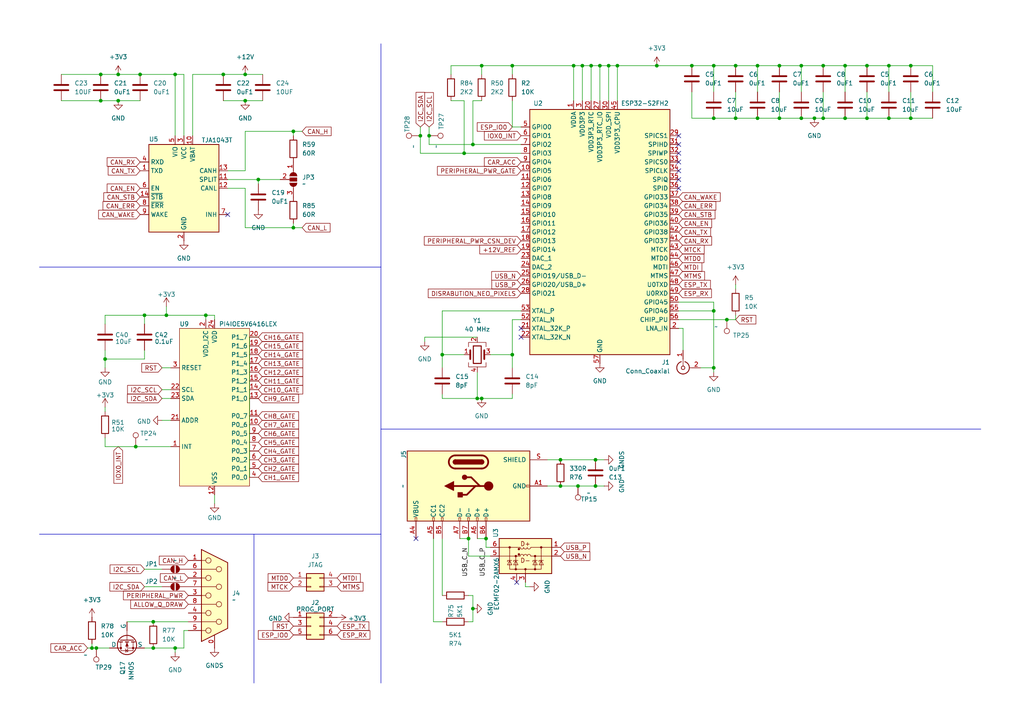
<source format=kicad_sch>
(kicad_sch (version 20250114) (generator "eeschema") (generator_version "9.0")
  (paper "A4")
  (junction (at 245.11 34.29))
  (junction (at 139.7 115.57))
  (junction (at 64.77 21.59))
  (junction (at 207.01 90.17))
  (junction (at 167.64 140.97))
  (junction (at 121.92 39.37))
  (junction (at 50.8 21.59))
  (junction (at 264.16 19.05))
  (junction (at 39.37 129.54))
  (junction (at 236.22 34.29))
  (junction (at 34.29 21.59))
  (junction (at 168.91 19.05))
  (junction (at 207.01 19.05))
  (junction (at 200.66 19.05))
  (junction (at 190.5 19.05))
  (junction (at 27.94 187.96))
  (junction (at 137.16 176.53))
  (junction (at 138.43 115.57))
  (junction (at 213.36 34.29))
  (junction (at 257.81 19.05))
  (junction (at 207.01 34.29))
  (junction (at 74.93 52.07))
  (junction (at 245.11 19.05))
  (junction (at 44.45 187.96))
  (junction (at 232.41 19.05))
  (junction (at 85.09 66.04))
  (junction (at 172.72 140.97))
  (junction (at 251.46 34.29))
  (junction (at 50.8 187.96))
  (junction (at 29.21 29.21))
  (junction (at 48.26 91.44))
  (junction (at 162.56 133.35))
  (junction (at 210.82 92.71))
  (junction (at 148.59 19.05))
  (junction (at 219.71 34.29))
  (junction (at 29.21 21.59))
  (junction (at 135.89 156.21))
  (junction (at 44.45 180.34))
  (junction (at 134.62 44.45))
  (junction (at 59.69 91.44))
  (junction (at 257.81 34.29))
  (junction (at 124.46 39.37))
  (junction (at 172.72 133.35))
  (junction (at 179.07 19.05))
  (junction (at 30.48 104.14))
  (junction (at 162.56 140.97))
  (junction (at 148.59 102.87))
  (junction (at 171.45 19.05))
  (junction (at 251.46 19.05))
  (junction (at 238.76 34.29))
  (junction (at 173.99 19.05))
  (junction (at 26.67 187.96))
  (junction (at 40.64 21.59))
  (junction (at 128.27 102.87))
  (junction (at 213.36 19.05))
  (junction (at 71.12 29.21))
  (junction (at 166.37 19.05))
  (junction (at 71.12 21.59))
  (junction (at 207.01 106.68))
  (junction (at 85.09 38.1))
  (junction (at 139.7 19.05))
  (junction (at 176.53 19.05))
  (junction (at 226.06 19.05))
  (junction (at 232.41 34.29))
  (junction (at 140.97 156.21))
  (junction (at 137.16 41.91))
  (junction (at 238.76 19.05))
  (junction (at 264.16 34.29))
  (junction (at 34.29 29.21))
  (junction (at 41.91 91.44))
  (junction (at 226.06 34.29))
  (junction (at 219.71 19.05))
  (no_connect (at 196.85 41.91))
  (no_connect (at 196.85 49.53))
  (no_connect (at 151.13 95.25))
  (no_connect (at 196.85 54.61))
  (no_connect (at 149.86 168.91))
  (no_connect (at 196.85 44.45))
  (no_connect (at 120.65 156.21))
  (no_connect (at 196.85 52.07))
  (no_connect (at 196.85 39.37))
  (no_connect (at 196.85 46.99))
  (no_connect (at 151.13 97.79))
  (no_connect (at 66.04 62.23))
  (wire (pts (xy 39.37 129.54) (xy 49.53 129.54)))
  (wire (pts (xy 26.67 187.96) (xy 27.94 187.96)))
  (wire (pts (xy 148.59 19.05) (xy 148.59 21.59)))
  (wire (pts (xy 55.88 21.59) (xy 64.77 21.59)))
  (wire (pts (xy 41.91 187.96) (xy 44.45 187.96)))
  (wire (pts (xy 140.97 158.75) (xy 140.97 156.21)))
  (wire (pts (xy 128.27 102.87) (xy 134.62 102.87)))
  (wire (pts (xy 130.81 29.21) (xy 134.62 29.21)))
  (wire (pts (xy 66.04 52.07) (xy 74.93 52.07)))
  (wire (pts (xy 71.12 38.1) (xy 85.09 38.1)))
  (wire (pts (xy 162.56 140.97) (xy 167.64 140.97)))
  (wire (pts (xy 207.01 87.63) (xy 207.01 90.17)))
  (wire (pts (xy 232.41 19.05) (xy 238.76 19.05)))
  (wire (pts (xy 238.76 19.05) (xy 245.11 19.05)))
  (wire (pts (xy 257.81 19.05) (xy 257.81 26.67)))
  (wire (pts (xy 196.85 92.71) (xy 210.82 92.71)))
  (wire (pts (xy 213.36 82.55) (xy 213.36 83.82)))
  (wire (pts (xy 135.89 161.29) (xy 135.89 156.21)))
  (wire (pts (xy 171.45 19.05) (xy 173.99 19.05)))
  (wire (pts (xy 219.71 19.05) (xy 219.71 26.67)))
  (wire (pts (xy 66.04 49.53) (xy 71.12 49.53)))
  (polyline (pts (xy 110.49 12.7) (xy 110.49 198.12)))
  (wire (pts (xy 44.45 180.34) (xy 54.61 180.34)))
  (wire (pts (xy 152.4 170.18) (xy 153.67 170.18)))
  (wire (pts (xy 148.59 114.3) (xy 148.59 115.57)))
  (wire (pts (xy 34.29 21.59) (xy 40.64 21.59)))
  (wire (pts (xy 121.92 44.45) (xy 121.92 39.37)))
  (wire (pts (xy 50.8 187.96) (xy 50.8 189.23)))
  (wire (pts (xy 173.99 19.05) (xy 176.53 19.05)))
  (wire (pts (xy 162.56 133.35) (xy 172.72 133.35)))
  (wire (pts (xy 168.91 19.05) (xy 171.45 19.05)))
  (wire (pts (xy 17.78 21.59) (xy 29.21 21.59)))
  (wire (pts (xy 134.62 29.21) (xy 134.62 44.45)))
  (wire (pts (xy 264.16 26.67) (xy 264.16 34.29)))
  (wire (pts (xy 71.12 66.04) (xy 85.09 66.04)))
  (wire (pts (xy 207.01 19.05) (xy 207.01 26.67)))
  (wire (pts (xy 245.11 34.29) (xy 238.76 34.29)))
  (wire (pts (xy 46.99 115.57) (xy 49.53 115.57)))
  (wire (pts (xy 41.91 101.6) (xy 41.91 104.14)))
  (wire (pts (xy 48.26 88.9) (xy 48.26 91.44)))
  (wire (pts (xy 142.24 102.87) (xy 148.59 102.87)))
  (wire (pts (xy 173.99 19.05) (xy 173.99 29.21)))
  (wire (pts (xy 30.48 104.14) (xy 30.48 101.6)))
  (wire (pts (xy 137.16 41.91) (xy 151.13 41.91)))
  (wire (pts (xy 245.11 19.05) (xy 251.46 19.05)))
  (wire (pts (xy 71.12 29.21) (xy 76.2 29.21)))
  (wire (pts (xy 130.81 21.59) (xy 130.81 19.05)))
  (wire (pts (xy 251.46 26.67) (xy 251.46 34.29)))
  (wire (pts (xy 138.43 115.57) (xy 139.7 115.57)))
  (wire (pts (xy 50.8 187.96) (xy 53.34 187.96)))
  (wire (pts (xy 62.23 91.44) (xy 62.23 92.71)))
  (wire (pts (xy 121.92 36.83) (xy 121.92 39.37)))
  (polyline (pts (xy 11.43 154.94) (xy 110.49 154.94)))
  (wire (pts (xy 59.69 91.44) (xy 62.23 91.44)))
  (wire (pts (xy 148.59 106.68) (xy 148.59 102.87)))
  (wire (pts (xy 238.76 26.67) (xy 238.76 34.29)))
  (wire (pts (xy 26.67 186.69) (xy 26.67 187.96)))
  (wire (pts (xy 135.89 156.21) (xy 133.35 156.21)))
  (wire (pts (xy 71.12 21.59) (xy 76.2 21.59)))
  (wire (pts (xy 134.62 44.45) (xy 121.92 44.45)))
  (wire (pts (xy 219.71 19.05) (xy 226.06 19.05)))
  (wire (pts (xy 30.48 129.54) (xy 39.37 129.54)))
  (wire (pts (xy 85.09 64.77) (xy 85.09 66.04)))
  (wire (pts (xy 54.61 182.88) (xy 53.34 182.88)))
  (wire (pts (xy 41.91 165.1) (xy 46.99 165.1)))
  (wire (pts (xy 213.36 34.29) (xy 207.01 34.29)))
  (wire (pts (xy 46.99 106.68) (xy 49.53 106.68)))
  (wire (pts (xy 207.01 19.05) (xy 213.36 19.05)))
  (wire (pts (xy 30.48 91.44) (xy 41.91 91.44)))
  (wire (pts (xy 134.62 44.45) (xy 151.13 44.45)))
  (wire (pts (xy 64.77 29.21) (xy 71.12 29.21)))
  (wire (pts (xy 128.27 102.87) (xy 128.27 90.17)))
  (wire (pts (xy 41.91 104.14) (xy 30.48 104.14)))
  (wire (pts (xy 148.59 29.21) (xy 148.59 36.83)))
  (wire (pts (xy 123.19 97.79) (xy 123.19 99.06)))
  (wire (pts (xy 36.83 180.34) (xy 44.45 180.34)))
  (wire (pts (xy 152.4 168.91) (xy 152.4 170.18)))
  (wire (pts (xy 171.45 19.05) (xy 171.45 29.21)))
  (wire (pts (xy 251.46 19.05) (xy 257.81 19.05)))
  (wire (pts (xy 232.41 34.29) (xy 226.06 34.29)))
  (wire (pts (xy 226.06 19.05) (xy 232.41 19.05)))
  (wire (pts (xy 158.75 133.35) (xy 162.56 133.35)))
  (wire (pts (xy 128.27 114.3) (xy 128.27 115.57)))
  (wire (pts (xy 139.7 115.57) (xy 148.59 115.57)))
  (wire (pts (xy 44.45 187.96) (xy 50.8 187.96)))
  (polyline (pts (xy 110.49 124.46) (xy 284.48 124.46)))
  (wire (pts (xy 142.24 161.29) (xy 135.89 161.29)))
  (wire (pts (xy 124.46 41.91) (xy 137.16 41.91)))
  (wire (pts (xy 25.4 187.96) (xy 26.67 187.96)))
  (wire (pts (xy 124.46 41.91) (xy 124.46 39.37)))
  (wire (pts (xy 74.93 52.07) (xy 74.93 53.34)))
  (wire (pts (xy 207.01 90.17) (xy 207.01 106.68)))
  (wire (pts (xy 64.77 21.59) (xy 71.12 21.59)))
  (wire (pts (xy 128.27 90.17) (xy 151.13 90.17)))
  (wire (pts (xy 41.91 170.18) (xy 46.99 170.18)))
  (polyline (pts (xy 73.66 154.94) (xy 73.66 198.12)))
  (wire (pts (xy 158.75 140.97) (xy 162.56 140.97)))
  (wire (pts (xy 53.34 39.37) (xy 53.34 21.59)))
  (wire (pts (xy 71.12 54.61) (xy 71.12 66.04)))
  (wire (pts (xy 166.37 29.21) (xy 166.37 19.05)))
  (wire (pts (xy 198.12 101.6) (xy 198.12 95.25)))
  (wire (pts (xy 140.97 156.21) (xy 138.43 156.21)))
  (wire (pts (xy 135.89 172.72) (xy 137.16 172.72)))
  (wire (pts (xy 66.04 54.61) (xy 71.12 54.61)))
  (wire (pts (xy 264.16 19.05) (xy 270.51 19.05)))
  (wire (pts (xy 135.89 180.34) (xy 137.16 180.34)))
  (wire (pts (xy 219.71 34.29) (xy 213.36 34.29)))
  (wire (pts (xy 190.5 19.05) (xy 200.66 19.05)))
  (wire (pts (xy 213.36 92.71) (xy 213.36 91.44)))
  (wire (pts (xy 137.16 172.72) (xy 137.16 176.53)))
  (wire (pts (xy 30.48 93.98) (xy 30.48 91.44)))
  (wire (pts (xy 139.7 19.05) (xy 148.59 19.05)))
  (wire (pts (xy 210.82 92.71) (xy 213.36 92.71)))
  (wire (pts (xy 48.26 91.44) (xy 59.69 91.44)))
  (wire (pts (xy 226.06 34.29) (xy 219.71 34.29)))
  (wire (pts (xy 142.24 158.75) (xy 140.97 158.75)))
  (wire (pts (xy 30.48 118.11) (xy 30.48 119.38)))
  (wire (pts (xy 72.39 138.43) (xy 72.39 97.79)))
  (wire (pts (xy 207.01 34.29) (xy 200.66 34.29)))
  (wire (pts (xy 238.76 34.29) (xy 236.22 34.29)))
  (wire (pts (xy 172.72 140.97) (xy 175.26 140.97)))
  (wire (pts (xy 74.93 138.43) (xy 72.39 138.43)))
  (wire (pts (xy 41.91 91.44) (xy 41.91 93.98)))
  (wire (pts (xy 29.21 21.59) (xy 34.29 21.59)))
  (wire (pts (xy 85.09 38.1) (xy 85.09 39.37)))
  (wire (pts (xy 17.78 29.21) (xy 29.21 29.21)))
  (wire (pts (xy 128.27 115.57) (xy 138.43 115.57)))
  (wire (pts (xy 34.29 29.21) (xy 40.64 29.21)))
  (wire (pts (xy 270.51 26.67) (xy 270.51 19.05)))
  (wire (pts (xy 72.39 97.79) (xy 74.93 97.79)))
  (wire (pts (xy 167.64 140.97) (xy 172.72 140.97)))
  (wire (pts (xy 55.88 39.37) (xy 55.88 21.59)))
  (wire (pts (xy 148.59 92.71) (xy 151.13 92.71)))
  (wire (pts (xy 203.2 106.68) (xy 207.01 106.68)))
  (wire (pts (xy 50.8 21.59) (xy 53.34 21.59)))
  (wire (pts (xy 41.91 91.44) (xy 48.26 91.44)))
  (wire (pts (xy 148.59 36.83) (xy 151.13 36.83)))
  (wire (pts (xy 172.72 133.35) (xy 175.26 133.35)))
  (wire (pts (xy 196.85 87.63) (xy 207.01 87.63)))
  (wire (pts (xy 46.99 121.92) (xy 49.53 121.92)))
  (wire (pts (xy 270.51 34.29) (xy 264.16 34.29)))
  (wire (pts (xy 138.43 107.95) (xy 138.43 115.57)))
  (wire (pts (xy 27.94 187.96) (xy 31.75 187.96)))
  (wire (pts (xy 176.53 19.05) (xy 176.53 29.21)))
  (wire (pts (xy 137.16 29.21) (xy 137.16 41.91)))
  (wire (pts (xy 226.06 26.67) (xy 226.06 34.29)))
  (wire (pts (xy 46.99 113.03) (xy 49.53 113.03)))
  (wire (pts (xy 30.48 127) (xy 30.48 129.54)))
  (wire (pts (xy 166.37 19.05) (xy 168.91 19.05)))
  (wire (pts (xy 232.41 19.05) (xy 232.41 26.67)))
  (wire (pts (xy 257.81 19.05) (xy 264.16 19.05)))
  (polyline (pts (xy 11.43 77.47) (xy 110.49 77.47)))
  (wire (pts (xy 200.66 34.29) (xy 200.66 26.67)))
  (wire (pts (xy 125.73 180.34) (xy 128.27 180.34)))
  (wire (pts (xy 168.91 19.05) (xy 168.91 29.21)))
  (wire (pts (xy 148.59 102.87) (xy 148.59 92.71)))
  (wire (pts (xy 138.43 97.79) (xy 123.19 97.79)))
  (wire (pts (xy 264.16 34.29) (xy 257.81 34.29)))
  (wire (pts (xy 213.36 19.05) (xy 219.71 19.05)))
  (wire (pts (xy 53.34 182.88) (xy 53.34 187.96)))
  (wire (pts (xy 200.66 19.05) (xy 207.01 19.05)))
  (wire (pts (xy 29.21 29.21) (xy 34.29 29.21)))
  (wire (pts (xy 176.53 19.05) (xy 179.07 19.05)))
  (wire (pts (xy 85.09 66.04) (xy 87.63 66.04)))
  (wire (pts (xy 196.85 90.17) (xy 207.01 90.17)))
  (wire (pts (xy 74.93 52.07) (xy 81.28 52.07)))
  (wire (pts (xy 257.81 34.29) (xy 251.46 34.29)))
  (wire (pts (xy 130.81 19.05) (xy 139.7 19.05)))
  (wire (pts (xy 207.01 106.68) (xy 207.01 107.95)))
  (wire (pts (xy 124.46 36.83) (xy 124.46 39.37)))
  (wire (pts (xy 245.11 19.05) (xy 245.11 26.67)))
  (wire (pts (xy 85.09 38.1) (xy 87.63 38.1)))
  (wire (pts (xy 236.22 34.29) (xy 232.41 34.29)))
  (wire (pts (xy 30.48 104.14) (xy 30.48 106.68)))
  (wire (pts (xy 128.27 106.68) (xy 128.27 102.87)))
  (wire (pts (xy 137.16 180.34) (xy 137.16 176.53)))
  (wire (pts (xy 125.73 156.21) (xy 125.73 180.34)))
  (wire (pts (xy 179.07 19.05) (xy 179.07 29.21)))
  (wire (pts (xy 40.64 21.59) (xy 50.8 21.59)))
  (wire (pts (xy 198.12 95.25) (xy 196.85 95.25)))
  (wire (pts (xy 166.37 19.05) (xy 148.59 19.05)))
  (wire (pts (xy 71.12 49.53) (xy 71.12 38.1)))
  (wire (pts (xy 62.23 143.51) (xy 62.23 146.05)))
  (wire (pts (xy 251.46 34.29) (xy 245.11 34.29)))
  (wire (pts (xy 139.7 29.21) (xy 137.16 29.21)))
  (wire (pts (xy 213.36 26.67) (xy 213.36 34.29)))
  (wire (pts (xy 59.69 91.44) (xy 59.69 92.71)))
  (wire (pts (xy 139.7 19.05) (xy 139.7 21.59)))
  (wire (pts (xy 128.27 156.21) (xy 128.27 172.72)))
  (wire (pts (xy 50.8 21.59) (xy 50.8 39.37)))
  (wire (pts (xy 179.07 19.05) (xy 190.5 19.05)))
  (label "USB_C_P" (at 140.97 158.75 270))
  (label "USB_C_N" (at 135.89 158.75 270))
  (global_label "I2C_SDA" (shape input) (at 41.91 170.18 180) (property "Intersheetrefs" "${INTERSHEET_REFS}" (effects (hide yes))))
  (global_label "ESP_IO0" (shape input) (at 148.59 36.83 180) (property "Intersheetrefs" "${INTERSHEET_REFS}" (effects (hide yes))))
  (global_label "CAN_ERR" (shape input) (at 40.64 59.69 180) (property "Intersheetrefs" "${INTERSHEET_REFS}" (effects (hide yes))))
  (global_label "IOX0_INT" (shape input) (at 34.29 129.54 270) (property "Intersheetrefs" "${INTERSHEET_REFS}" (effects (hide yes))))
  (global_label "ESP_TX" (shape input) (at 97.79 181.61 0) (property "Intersheetrefs" "${INTERSHEET_REFS}" (effects (hide yes))))
  (global_label "ESP_RX" (shape input) (at 97.79 184.15 0) (property "Intersheetrefs" "${INTERSHEET_REFS}" (effects (hide yes))))
  (global_label "RST" (shape input) (at 85.09 181.61 180) (property "Intersheetrefs" "${INTERSHEET_REFS}" (effects (hide yes))))
  (global_label "CAN_ERR" (shape input) (at 196.85 59.69 0) (property "Intersheetrefs" "${INTERSHEET_REFS}" (effects (hide yes))))
  (global_label "MTCK" (shape input) (at 196.85 72.39 0) (property "Intersheetrefs" "${INTERSHEET_REFS}" (effects (hide yes))))
  (global_label "RST" (shape input) (at 46.99 106.68 180) (property "Intersheetrefs" "${INTERSHEET_REFS}" (effects (hide yes))))
  (global_label "IOX0_INT" (shape input) (at 151.13 39.37 180) (property "Intersheetrefs" "${INTERSHEET_REFS}" (effects (hide yes))))
  (global_label "I2C_SCL" (shape input) (at 124.46 36.83 90) (property "Intersheetrefs" "${INTERSHEET_REFS}" (effects (hide yes))))
  (global_label "CAN_RX" (shape input) (at 196.85 69.85 0) (property "Intersheetrefs" "${INTERSHEET_REFS}" (effects (hide yes))))
  (global_label "USB_N" (shape input) (at 162.56 161.29 0) (property "Intersheetrefs" "${INTERSHEET_REFS}" (effects (hide yes))))
  (global_label "CH6_GATE" (shape input) (at 74.93 125.73 0) (property "Intersheetrefs" "${INTERSHEET_REFS}" (effects (hide yes))))
  (global_label "CAN_H" (shape input) (at 54.61 162.56 180) (property "Intersheetrefs" "${INTERSHEET_REFS}" (effects (hide yes))))
  (global_label "CAN_TX" (shape input) (at 196.85 67.31 0) (property "Intersheetrefs" "${INTERSHEET_REFS}" (effects (hide yes))))
  (global_label "CAN_L" (shape input) (at 87.63 66.04 0) (property "Intersheetrefs" "${INTERSHEET_REFS}" (effects (hide yes))))
  (global_label "ESP_IO0" (shape input) (at 85.09 184.15 180) (property "Intersheetrefs" "${INTERSHEET_REFS}" (effects (hide yes))))
  (global_label "CAN_STB" (shape input) (at 196.85 62.23 0) (property "Intersheetrefs" "${INTERSHEET_REFS}" (effects (hide yes))))
  (global_label "CAN_H" (shape input) (at 87.63 38.1 0) (property "Intersheetrefs" "${INTERSHEET_REFS}" (effects (hide yes))))
  (global_label "CH7_GATE" (shape input) (at 74.93 123.19 0) (property "Intersheetrefs" "${INTERSHEET_REFS}" (effects (hide yes))))
  (global_label "MTD0" (shape input) (at 85.09 167.64 180) (property "Intersheetrefs" "${INTERSHEET_REFS}" (effects (hide yes))))
  (global_label "MTCK" (shape input) (at 85.09 170.18 180) (property "Intersheetrefs" "${INTERSHEET_REFS}" (effects (hide yes))))
  (global_label "CH1_GATE" (shape input) (at 74.93 138.43 0) (property "Intersheetrefs" "${INTERSHEET_REFS}" (effects (hide yes))))
  (global_label "CH14_GATE" (shape input) (at 74.93 102.87 0) (property "Intersheetrefs" "${INTERSHEET_REFS}" (effects (hide yes))))
  (global_label "CAR_ACC" (shape input) (at 25.4 187.96 180) (property "Intersheetrefs" "${INTERSHEET_REFS}" (effects (hide yes))))
  (global_label "PERIPHERAL_PWR_CSN_DEV" (shape input) (at 151.13 69.85 180) (property "Intersheetrefs" "${INTERSHEET_REFS}" (effects (hide yes))))
  (global_label "CH9_GATE" (shape input) (at 74.93 115.57 0) (property "Intersheetrefs" "${INTERSHEET_REFS}" (effects (hide yes))))
  (global_label "PERIPHERAL_PWR_GATE" (shape input) (at 151.13 49.53 180) (property "Intersheetrefs" "${INTERSHEET_REFS}" (effects (hide yes))))
  (global_label "CH13_GATE" (shape input) (at 74.93 105.41 0) (property "Intersheetrefs" "${INTERSHEET_REFS}" (effects (hide yes))))
  (global_label "CAN_EN" (shape input) (at 40.64 54.61 180) (property "Intersheetrefs" "${INTERSHEET_REFS}" (effects (hide yes))))
  (global_label "CAN_STB" (shape input) (at 40.64 57.15 180) (property "Intersheetrefs" "${INTERSHEET_REFS}" (effects (hide yes))))
  (global_label "CAN_L" (shape input) (at 54.61 167.64 180) (property "Intersheetrefs" "${INTERSHEET_REFS}" (effects (hide yes))))
  (global_label "ESP_TX" (shape input) (at 196.85 82.55 0) (property "Intersheetrefs" "${INTERSHEET_REFS}" (effects (hide yes))))
  (global_label "CH12_GATE" (shape input) (at 74.93 107.95 0) (property "Intersheetrefs" "${INTERSHEET_REFS}" (effects (hide yes))))
  (global_label "I2C_SDA" (shape input) (at 46.99 115.57 180) (property "Intersheetrefs" "${INTERSHEET_REFS}" (effects (hide yes))))
  (global_label "CH3_GATE" (shape input) (at 74.93 133.35 0) (property "Intersheetrefs" "${INTERSHEET_REFS}" (effects (hide yes))))
  (global_label "USB_N" (shape input) (at 151.13 80.01 180) (property "Intersheetrefs" "${INTERSHEET_REFS}" (effects (hide yes))))
  (global_label "MTMS" (shape input) (at 97.79 170.18 0) (property "Intersheetrefs" "${INTERSHEET_REFS}" (effects (hide yes))))
  (global_label "MTD0" (shape input) (at 196.85 74.93 0) (property "Intersheetrefs" "${INTERSHEET_REFS}" (effects (hide yes))))
  (global_label "CAN_EN" (shape input) (at 196.85 64.77 0) (property "Intersheetrefs" "${INTERSHEET_REFS}" (effects (hide yes))))
  (global_label "I2C_SCL" (shape input) (at 41.91 165.1 180) (property "Intersheetrefs" "${INTERSHEET_REFS}" (effects (hide yes))))
  (global_label "CH4_GATE" (shape input) (at 74.93 130.81 0) (property "Intersheetrefs" "${INTERSHEET_REFS}" (effects (hide yes))))
  (global_label "CAN_TX" (shape input) (at 40.64 49.53 180) (property "Intersheetrefs" "${INTERSHEET_REFS}" (effects (hide yes))))
  (global_label "ALLOW_Q_DRAW" (shape input) (at 54.61 175.26 180) (property "Intersheetrefs" "${INTERSHEET_REFS}" (effects (hide yes))))
  (global_label "I2C_SCL" (shape input) (at 46.99 113.03 180) (property "Intersheetrefs" "${INTERSHEET_REFS}" (effects (hide yes))))
  (global_label "CH10_GATE" (shape input) (at 74.93 113.03 0) (property "Intersheetrefs" "${INTERSHEET_REFS}" (effects (hide yes))))
  (global_label "CH2_GATE" (shape input) (at 74.93 135.89 0) (property "Intersheetrefs" "${INTERSHEET_REFS}" (effects (hide yes))))
  (global_label "MTDI" (shape input) (at 196.85 77.47 0) (property "Intersheetrefs" "${INTERSHEET_REFS}" (effects (hide yes))))
  (global_label "USB_P" (shape input) (at 162.56 158.75 0) (property "Intersheetrefs" "${INTERSHEET_REFS}" (effects (hide yes))))
  (global_label "CH16_GATE" (shape input) (at 74.93 97.79 0) (property "Intersheetrefs" "${INTERSHEET_REFS}" (effects (hide yes))))
  (global_label "CH8_GATE" (shape input) (at 74.93 120.65 0) (property "Intersheetrefs" "${INTERSHEET_REFS}" (effects (hide yes))))
  (global_label "ESP_RX" (shape input) (at 196.85 85.09 0) (property "Intersheetrefs" "${INTERSHEET_REFS}" (effects (hide yes))))
  (global_label "MTDI" (shape input) (at 97.79 167.64 0) (property "Intersheetrefs" "${INTERSHEET_REFS}" (effects (hide yes))))
  (global_label "USB_P" (shape input) (at 151.13 82.55 180) (property "Intersheetrefs" "${INTERSHEET_REFS}" (effects (hide yes))))
  (global_label "CAR_ACC" (shape input) (at 151.13 46.99 180) (property "Intersheetrefs" "${INTERSHEET_REFS}" (effects (hide yes))))
  (global_label "DISRABUTION_NEO_PIXELS" (shape input) (at 151.13 85.09 180) (property "Intersheetrefs" "${INTERSHEET_REFS}" (effects (hide yes))))
  (global_label "RST" (shape input) (at 213.36 92.71 0) (property "Intersheetrefs" "${INTERSHEET_REFS}" (effects (hide yes))))
  (global_label "CH5_GATE" (shape input) (at 74.93 128.27 0) (property "Intersheetrefs" "${INTERSHEET_REFS}" (effects (hide yes))))
  (global_label "I2C_SDA" (shape input) (at 121.92 36.83 90) (property "Intersheetrefs" "${INTERSHEET_REFS}" (effects (hide yes))))
  (global_label "CAN_WAKE" (shape input) (at 40.64 62.23 180) (property "Intersheetrefs" "${INTERSHEET_REFS}" (effects (hide yes))))
  (global_label "CAN_RX" (shape input) (at 40.64 46.99 180) (property "Intersheetrefs" "${INTERSHEET_REFS}" (effects (hide yes))))
  (global_label "MTMS" (shape input) (at 196.85 80.01 0) (property "Intersheetrefs" "${INTERSHEET_REFS}" (effects (hide yes))))
  (global_label "+12V_REF" (shape input) (at 151.13 72.39 180) (property "Intersheetrefs" "${INTERSHEET_REFS}" (effects (hide yes))))
  (global_label "CH11_GATE" (shape input) (at 74.93 110.49 0) (property "Intersheetrefs" "${INTERSHEET_REFS}" (effects (hide yes))))
  (global_label "CAN_WAKE" (shape input) (at 196.85 57.15 0) (property "Intersheetrefs" "${INTERSHEET_REFS}" (effects (hide yes))))
  (global_label "PERIPHERAL_PWR" (shape input) (at 54.61 172.72 180) (property "Intersheetrefs" "${INTERSHEET_REFS}" (effects (hide yes))))
  (global_label "CH15_GATE" (shape input) (at 74.93 100.33 0) (property "Intersheetrefs" "${INTERSHEET_REFS}" (effects (hide yes))))
  (symbol (lib_id "Connector:TestPoint") (at 167.64 140.97 0) (mirror x) (unit 1)
    (property "Reference" "TP15" (at 168.402 144.78 0) (effects (justify left)))
    (property "Value" "~" (at 170.18 143.002 0) (effects (justify left)))
    (property "Footprint" "TestPoint:TestPoint_Pad_D1.0mm" (effects (hide yes)))
    (property "Description" "test point" (effects (hide yes)))
  )
  (symbol (lib_id "Device:R") (at 30.48 123.19 0) (unit 1)
    (property "Reference" "R51" (at 32.258 122.5463 0) (effects (justify left)))
    (property "Value" "10K" (at 32.258 124.4673 0) (effects (justify left)))
    (property "Footprint" "Resistor_SMD:R_0603_1608Metric" (effects (hide yes)))
  )
  (symbol (lib_name "GND_7") (lib_id "power:GND") (at 74.93 60.96 0) (unit 1)
    (property "Reference" "#PWR023" (effects (hide yes)))
    (property "Value" "GND" (at 74.93 66.04 0))
    (property "Description" "Power symbol creates a global label with name \"GND\" , ground" (effects (hide yes)))
  )
  (symbol (lib_id "Device:C") (at 270.51 30.48 0) (unit 1)
    (property "Reference" "C12" (at 274.32 29.2099 0) (effects (justify left)))
    (property "Value" "10uF" (at 274.32 31.7499 0) (effects (justify left)))
    (property "Footprint" "Capacitor_SMD:C_0603_1608Metric" (effects (hide yes)))
    (property "Description" "Unpolarized capacitor" (effects (hide yes)))
    (property "DIGIKEY PART #" "1276-1038-1-ND" (effects (hide yes)))
  )
  (symbol (lib_id "Device:R") (at 213.36 87.63 0) (unit 1)
    (property "Reference" "R5" (at 215.9 86.3599 0) (effects (justify left)))
    (property "Value" "10K" (at 215.9 88.8999 0) (effects (justify left)))
    (property "Footprint" "Resistor_SMD:R_0603_1608Metric" (effects (hide yes)))
    (property "Description" "Resistor" (effects (hide yes)))
    (property "DIGIKEY PART #" "RMCF0603JT10K0CT-ND" (effects (hide yes)))
  )
  (symbol (lib_id "Connector_Generic:Conn_02x02_Counter_Clockwise") (at 90.17 167.64 0) (unit 1)
    (property "Reference" "J3" (at 91.44 161.29 0))
    (property "Value" "JTAG" (at 91.44 163.83 0))
    (property "Footprint" "Connector_PinHeader_2.54mm:PinHeader_2x02_P2.54mm_Vertical" (effects (hide yes)))
    (property "Description" "Generic connector, double row, 02x02, counter clockwise pin numbering scheme (similar to DIP package numbering), script generated (kicad-library-utils/schlib/autogen/connector/)" (effects (hide yes)))
  )
  (symbol (lib_id "Device:C") (at 251.46 22.86 0) (unit 1)
    (property "Reference" "C5" (at 255.27 21.5899 0) (effects (justify left)))
    (property "Value" "0uF1" (at 255.27 24.1299 0) (effects (justify left)))
    (property "Footprint" "Capacitor_SMD:C_0603_1608Metric" (effects (hide yes)))
    (property "Description" "Unpolarized capacitor" (effects (hide yes)))
    (property "DIGIKEY PART #" "399-C0603C104M5RACTUCT-ND" (effects (hide yes)))
  )
  (symbol (lib_id "power:GND") (at 46.99 121.92 270) (unit 1)
    (property "Reference" "#PWR047" (effects (hide yes)))
    (property "Value" "GND" (at 43.8151 122.2368 90) (effects (justify right)))
  )
  (symbol (lib_id "Device:C") (at 226.06 22.86 0) (unit 1)
    (property "Reference" "C7" (at 229.87 21.5899 0) (effects (justify left)))
    (property "Value" "0uF1" (at 229.87 24.1299 0) (effects (justify left)))
    (property "Footprint" "Capacitor_SMD:C_0603_1608Metric" (effects (hide yes)))
    (property "Description" "Unpolarized capacitor" (effects (hide yes)))
    (property "DIGIKEY PART #" "399-C0603C104M5RACTUCT-ND" (effects (hide yes)))
  )
  (symbol (lib_id "Device:C") (at 172.72 137.16 0) (mirror y) (unit 1)
    (property "Reference" "C13" (at 176.53 138.4301 0) (effects (justify right)))
    (property "Value" "0uF1" (at 176.53 135.8901 0) (effects (justify right)))
    (property "Footprint" "Capacitor_SMD:C_0603_1608Metric" (effects (hide yes)))
    (property "Description" "Unpolarized capacitor" (effects (hide yes)))
    (property "DIGIKEY PART #" "399-C0603C104M5RACTUCT-ND" (effects (hide yes)))
  )
  (symbol (lib_id "Jumper:SolderJumper_3_Open") (at 85.09 52.07 270) (unit 1) (in_bom no)
    (property "Reference" "JP3" (at 87.63 51.4349 90) (effects (justify left)))
    (property "Value" "~" (at 87.63 53.34 90) (effects (justify left)))
    (property "Description" "Solder Jumper, 3-pole, open" (effects (hide yes)))
  )
  (symbol (lib_id "Device:C") (at 40.64 25.4 0) (unit 1)
    (property "Reference" "C20" (at 44.45 24.1299 0) (effects (justify left)))
    (property "Value" "0uF1" (at 44.45 26.6699 0) (effects (justify left)))
    (property "Description" "Unpolarized capacitor" (effects (hide yes)))
  )
  (symbol (lib_id "Connector:TestPoint") (at 27.94 187.96 180) (unit 1)
    (property "Reference" "TP29" (at 32.512 193.548 0) (effects (justify left)))
    (property "Value" "~" (at 25.4 189.992 0) (effects (justify left)))
    (property "Description" "test point" (effects (hide yes)))
  )
  (symbol (lib_id "Simulation_SPICE:NMOS") (at 36.83 185.42 90) (mirror x) (unit 1)
    (property "Reference" "Q17" (at 35.5599 191.77 0) (effects (justify left)))
    (property "Value" "NMOS" (at 38.0999 191.77 0) (effects (justify left)))
    (property "Datasheet" "https://ngspice.sourceforge.io/docs/ngspice-html-manual/manual.xhtml#cha_MOSFETs" (effects (hide yes)))
    (property "Description" "N-MOSFET transistor, drain/source/gate" (effects (hide yes)))
    (property "Sim.Device" "NMOS" (effects (hide yes)))
    (property "Sim.Type" "VDMOS" (effects (hide yes)))
    (property "Sim.Pins" "1=D 2=G 3=S" (effects (hide yes)))
  )
  (symbol (lib_name "GND_6") (lib_id "power:GND") (at 139.7 115.57 0) (unit 1)
    (property "Reference" "#PWR09" (effects (hide yes)))
    (property "Value" "GND" (at 139.7 120.65 0))
    (property "Description" "Power symbol creates a global label with name \"GND\" , ground" (effects (hide yes)))
  )
  (symbol (lib_id "Device:R") (at 26.67 182.88 0) (unit 1)
    (property "Reference" "R78" (at 29.21 181.6099 0) (effects (justify left)))
    (property "Value" "10K" (at 29.21 184.1499 0) (effects (justify left)))
    (property "Description" "Resistor" (effects (hide yes)))
  )
  (symbol (lib_id "Connector:DE9_Socket_MountingHoles") (at 62.23 172.72 0) (unit 1)
    (property "Reference" "J4" (at 67.31 172.0849 0) (effects (justify left)))
    (property "Value" "~" (at 67.31 173.99 0) (effects (justify left)))
    (property "Description" "9-pin D-SUB connector, socket (female), Mounting Hole" (effects (hide yes)))
  )
  (symbol (lib_id "Connector:Conn_Coaxial") (at 198.12 106.68 90) (mirror x) (unit 1)
    (property "Reference" "J1" (at 194.31 105.0924 90) (effects (justify left)))
    (property "Value" "Conn_Coaxial" (at 194.31 107.6324 90) (effects (justify left)))
    (property "Description" "coaxial connector (BNC, SMA, SMB, SMC, Cinch/RCA, LEMO, ...)" (effects (hide yes)))
  )
  (symbol (lib_id "power:+12V") (at 71.12 21.59 0) (unit 1)
    (property "Reference" "#PWR049" (effects (hide yes)))
    (property "Value" "+12V" (at 71.12 16.51 0))
    (property "Description" "Power symbol creates a global label with name \"+12V\"" (effects (hide yes)))
  )
  (symbol (lib_id "Device:C") (at 207.01 30.48 0) (unit 1)
    (property "Reference" "C7" (at 210.82 29.2099 0) (effects (justify left)))
    (property "Value" "10uF" (at 210.82 31.7499 0) (effects (justify left)))
    (property "Footprint" "Capacitor_SMD:C_0603_1608Metric" (effects (hide yes)))
    (property "Description" "Unpolarized capacitor" (effects (hide yes)))
    (property "DIGIKEY PART #" "1276-1038-1-ND" (effects (hide yes)))
  )
  (symbol (lib_id "Device:C") (at 257.81 30.48 0) (unit 1)
    (property "Reference" "C11" (at 261.62 29.2099 0) (effects (justify left)))
    (property "Value" "10uF" (at 261.62 31.7499 0) (effects (justify left)))
    (property "Footprint" "Capacitor_SMD:C_0603_1608Metric" (effects (hide yes)))
    (property "Description" "Unpolarized capacitor" (effects (hide yes)))
    (property "DIGIKEY PART #" "1276-1038-1-ND" (effects (hide yes)))
  )
  (symbol (lib_id "power:GND") (at 85.09 179.07 270) (unit 1)
    (property "Reference" "#PWR010" (effects (hide yes)))
    (property "Value" "GND" (at 81.9151 179.3868 90) (effects (justify right)))
  )
  (symbol (lib_id "Device:R") (at 44.45 184.15 0) (unit 1)
    (property "Reference" "R77" (at 46.99 182.8799 0) (effects (justify left)))
    (property "Value" "10K" (at 46.99 185.4199 0) (effects (justify left)))
    (property "Description" "Resistor" (effects (hide yes)))
  )
  (symbol (lib_name "+3V3_1") (lib_id "power:+3V3") (at 190.5 19.05 0) (unit 1)
    (property "Reference" "#PWR04" (effects (hide yes)))
    (property "Value" "+3V3" (at 190.5 13.97 0))
    (property "Description" "Power symbol creates a global label with name \"+3V3\"" (effects (hide yes)))
  )
  (symbol (lib_id "Interface_CAN_LIN:TJA1043T") (at 53.34 54.61 0) (unit 1)
    (property "Reference" "U5" (at 43.18 40.386 0) (effects (justify left)))
    (property "Value" "TJA1043T" (at 58.42 40.64 0) (effects (justify left)))
    (property "Footprint" "Package_SO:SOIC-14_3.9x8.7mm_P1.27mm" (effects (hide yes)))
    (property "Datasheet" "https://www.nxp.com/docs/en/data-sheet/TJA1043.pdf" (effects (hide yes)))
    (property "Description" "High-speed CAN-FD Transceiver with Sleep Mode, SOIC-14" (effects (hide yes)))
  )
  (symbol (lib_id "power:GND") (at 30.48 106.68 0) (unit 1)
    (property "Reference" "#PWR044" (effects (hide yes)))
    (property "Value" "GND" (at 30.48 110.8155 0))
  )
  (symbol (lib_id "Device:C") (at 200.66 22.86 0) (unit 1)
    (property "Reference" "C5" (at 204.47 21.5899 0) (effects (justify left)))
    (property "Value" "0uF1" (at 204.47 24.1299 0) (effects (justify left)))
    (property "Footprint" "Capacitor_SMD:C_0603_1608Metric" (effects (hide yes)))
    (property "Description" "Unpolarized capacitor" (effects (hide yes)))
    (property "DIGIKEY PART #" "399-C0603C104M5RACTUCT-ND" (effects (hide yes)))
  )
  (symbol (lib_id "Power_Protection:ECMF02-2AMX6") (at 152.4 161.29 0) (mirror y) (unit 1)
    (property "Reference" "U3" (at 143.764 155.956 90) (effects (justify left)))
    (property "Value" "ECMF02-2AMX6" (at 144.018 177.038 90) (effects (justify left)))
    (property "Footprint" "Package_DFN_QFN:ST_UQFN-6L_1.5x1.7mm_P0.5mm" (effects (hide yes)))
    (property "Datasheet" "https://www.st.com/resource/en/datasheet/ecmf02-2amx6.pdf" (effects (hide yes)))
    (property "Description" "Single Pair Common Mode Filter with ESD Protection, UQFN-6L" (effects (hide yes)))
    (property "DIGIKEY PART #" "497-10773-1-ND" (effects (hide yes)))
  )
  (symbol (lib_id "Device:Crystal_GND23") (at 138.43 102.87 0) (unit 1)
    (property "Reference" "Y1" (at 138.43 92.964 0))
    (property "Value" "40 MHz" (at 138.43 95.504 0))
    (property "Footprint" "CONTROLER:cx3225sa_e" (effects (hide yes)))
    (property "Description" "Four pin crystal, GND on pins 2 and 3" (effects (hide yes)))
  )
  (symbol (lib_name "GND_3") (lib_id "power:GND") (at 50.8 189.23 0) (unit 1)
    (property "Reference" "#PWR069" (effects (hide yes)))
    (property "Value" "GND" (at 50.8 194.31 0))
    (property "Description" "Power symbol creates a global label with name \"GND\" , ground" (effects (hide yes)))
  )
  (symbol (lib_name "GND_2") (lib_id "power:GND") (at 137.16 176.53 90) (mirror x) (unit 1)
    (property "Reference" "#PWR071" (effects (hide yes)))
    (property "Value" "GND" (at 142.24 176.53 0))
    (property "Description" "Power symbol creates a global label with name \"GND\" , ground" (effects (hide yes)))
  )
  (symbol (lib_id "Device:C") (at 41.91 97.79 0) (unit 1)
    (property "Reference" "C42" (at 44.831 97.1463 0) (effects (justify left)))
    (property "Value" "0.1uF" (at 44.831 99.0673 0) (effects (justify left)))
    (property "Footprint" "Capacitor_SMD:C_0603_1608Metric" (effects (hide yes)))
  )
  (symbol (lib_id "Device:C") (at 17.78 25.4 0) (unit 1)
    (property "Reference" "C23" (at 21.59 24.1299 0) (effects (justify left)))
    (property "Value" "10UF" (at 21.59 26.6699 0) (effects (justify left)))
    (property "Description" "Unpolarized capacitor" (effects (hide yes)))
  )
  (symbol (lib_name "+3V3_3") (lib_id "power:+3V3") (at 26.67 179.07 0) (unit 1)
    (property "Reference" "#PWR070" (effects (hide yes)))
    (property "Value" "+3V3" (at 26.67 173.99 0))
    (property "Description" "Power symbol creates a global label with name \"+3V3\"" (effects (hide yes)))
  )
  (symbol (lib_name "+3V3_2") (lib_id "power:+3V3") (at 213.36 82.55 0) (unit 1)
    (property "Reference" "#PWR08" (effects (hide yes)))
    (property "Value" "+3V3" (at 213.36 77.47 0))
    (property "Description" "Power symbol creates a global label with name \"+3V3\"" (effects (hide yes)))
  )
  (symbol (lib_name "GND_3") (lib_id "power:GND") (at 175.26 140.97 90) (mirror x) (unit 1)
    (property "Reference" "#PWR073" (effects (hide yes)))
    (property "Value" "GND" (at 180.34 140.97 0))
    (property "Description" "Power symbol creates a global label with name \"GND\" , ground" (effects (hide yes)))
  )
  (symbol (lib_id "Jumper:SolderJumper_2_Open") (at 50.8 165.1 0) (unit 1) (in_bom no)
    (property "Reference" "JP1" (at 43.942 163.576 0))
    (property "Value" "~" (at 50.8 162.56 0))
    (property "Description" "Solder Jumper, 2-pole, open" (effects (hide yes)))
  )
  (symbol (lib_id "Device:R") (at 132.08 180.34 90) (mirror x) (unit 1)
    (property "Reference" "R74" (at 132.08 186.69 90))
    (property "Value" "5K1" (at 132.08 184.15 90))
    (property "Footprint" "Resistor_SMD:R_0603_1608Metric" (effects (hide yes)))
    (property "Description" "Resistor" (effects (hide yes)))
    (property "DIGIKEY PART #" "541-4030-1-ND" (effects (hide yes)))
  )
  (symbol (lib_id "Device:C") (at 128.27 110.49 0) (unit 1)
    (property "Reference" "C15" (at 132.08 109.2199 0) (effects (justify left)))
    (property "Value" "8pF" (at 132.08 111.7599 0) (effects (justify left)))
    (property "Footprint" "Capacitor_SMD:C_0603_1608Metric" (effects (hide yes)))
    (property "Description" "Unpolarized capacitor" (effects (hide yes)))
    (property "DIGIKEY PART #" "4713-CHV0603N2508R2BCT-ND" (effects (hide yes)))
  )
  (symbol (lib_name "GND_9") (lib_id "power:GND") (at 71.12 29.21 0) (unit 1)
    (property "Reference" "#PWR043" (effects (hide yes)))
    (property "Value" "GND" (at 71.12 34.29 0))
    (property "Description" "Power symbol creates a global label with name \"GND\" , ground" (effects (hide yes)))
  )
  (symbol (lib_id "Device:C") (at 29.21 25.4 0) (unit 1)
    (property "Reference" "C21" (at 33.02 24.1299 0) (effects (justify left)))
    (property "Value" "0uF1" (at 33.02 26.6699 0) (effects (justify left)))
    (property "Description" "Unpolarized capacitor" (effects (hide yes)))
  )
  (symbol (lib_id "Device:C") (at 64.77 25.4 0) (unit 1)
    (property "Reference" "C22" (at 68.58 24.1299 0) (effects (justify left)))
    (property "Value" "0uF1" (at 68.58 26.6699 0) (effects (justify left)))
    (property "Description" "Unpolarized capacitor" (effects (hide yes)))
  )
  (symbol (lib_id "Device:C") (at 76.2 25.4 0) (unit 1)
    (property "Reference" "C24" (at 80.01 24.1299 0) (effects (justify left)))
    (property "Value" "10UF" (at 80.01 26.6699 0) (effects (justify left)))
    (property "Description" "Unpolarized capacitor" (effects (hide yes)))
  )
  (symbol (lib_id "EXTRA:PI4IOE5V6416LEX") (at 62.23 85.09 0) (unit 1)
    (property "Reference" "U9" (at 52.07 93.98 0) (effects (justify left)))
    (property "Value" "PI4IOE5V6416LEX" (at 63.5 93.98 0) (effects (justify left)))
    (property "Footprint" "PCM_Package_SO_AKL:TSSOP-24_4.4x7.8mm_P0.65mm" (effects (hide yes)))
  )
  (symbol (lib_id "Device:C") (at 245.11 30.48 0) (unit 1)
    (property "Reference" "C10" (at 248.92 29.2099 0) (effects (justify left)))
    (property "Value" "10uF" (at 248.92 31.7499 0) (effects (justify left)))
    (property "Footprint" "Capacitor_SMD:C_0603_1608Metric" (effects (hide yes)))
    (property "Description" "Unpolarized capacitor" (effects (hide yes)))
    (property "DIGIKEY PART #" "1276-1038-1-ND" (effects (hide yes)))
  )
  (symbol (lib_id "Connector:TestPoint") (at 124.46 39.37 270) (unit 1)
    (property "Reference" "TP27" (at 128.016 32.766 0) (effects (justify left)))
    (property "Value" "~" (at 126.492 41.91 0) (effects (justify left)))
    (property "Description" "test point" (effects (hide yes)))
  )
  (symbol (lib_id "power:GNDS") (at 62.23 187.96 0) (unit 1)
    (property "Reference" "#PWR079" (effects (hide yes)))
    (property "Value" "GNDS" (at 62.23 193.04 0))
    (property "Description" "Power symbol creates a global label with name \"GNDS\" , signal ground" (effects (hide yes)))
  )
  (symbol (lib_id "Device:R") (at 130.81 25.4 0) (unit 1)
    (property "Reference" "R84" (at 133.35 24.1299 0) (effects (justify left)))
    (property "Value" "2K2" (at 133.35 26.6699 0) (effects (justify left)))
    (property "Description" "Resistor" (effects (hide yes)))
  )
  (symbol (lib_id "Device:C") (at 74.93 57.15 0) (unit 1)
    (property "Reference" "C19" (at 78.74 55.8799 0) (effects (justify left)))
    (property "Value" "0uF1" (at 78.74 58.4199 0) (effects (justify left)))
    (property "Description" "Unpolarized capacitor" (effects (hide yes)))
  )
  (symbol (lib_id "Device:R") (at 132.08 172.72 90) (mirror x) (unit 1)
    (property "Reference" "R75" (at 130.8099 175.26 0) (effects (justify left)))
    (property "Value" "5K1" (at 133.3499 175.26 0) (effects (justify left)))
    (property "Footprint" "Resistor_SMD:R_0603_1608Metric" (effects (hide yes)))
    (property "Description" "Resistor" (effects (hide yes)))
    (property "DIGIKEY PART #" "541-4030-1-ND" (effects (hide yes)))
  )
  (symbol (lib_id "Connector:TestPoint") (at 121.92 39.37 90) (mirror x) (unit 1)
    (property "Reference" "TP28" (at 118.11 33.528 0) (effects (justify left)))
    (property "Value" "~" (at 119.888 41.91 0) (effects (justify left)))
    (property "Description" "test point" (effects (hide yes)))
  )
  (symbol (lib_id "Connector:USB_C_Receptacle_USB2.0_14P") (at 135.89 140.97 90) (mirror x) (unit 1)
    (property "Reference" "J5" (at 117.094 131.826 0))
    (property "Value" "~" (at 116.84 140.97 0))
    (property "Footprint" "CONTROLER:usb4500" (effects (hide yes)))
    (property "Datasheet" "https://www.usb.org/sites/default/files/documents/usb_type-c.zip" (effects (hide yes)))
    (property "Description" "USB 2.0-only 14P Type-C Receptacle connector" (effects (hide yes)))
    (property "DIGIKEY PART #" "2073-USB4500-03-0-ACT-ND" (effects (hide yes)))
  )
  (symbol (lib_id "Device:R") (at 148.59 25.4 0) (unit 1)
    (property "Reference" "R2" (at 151.13 24.1299 0) (effects (justify left)))
    (property "Value" "10K" (at 151.13 26.6699 0) (effects (justify left)))
    (property "Footprint" "Resistor_SMD:R_0603_1608Metric" (effects (hide yes)))
    (property "Description" "Resistor" (effects (hide yes)))
    (property "DIGIKEY PART #" "RMCF0603JT10K0CT-ND" (effects (hide yes)))
  )
  (symbol (lib_id "power:GNDS") (at 175.26 133.35 90) (mirror x) (unit 1)
    (property "Reference" "#PWR074" (effects (hide yes)))
    (property "Value" "GNDS" (at 180.34 133.35 0))
    (property "Description" "Power symbol creates a global label with name \"GNDS\" , signal ground" (effects (hide yes)))
  )
  (symbol (lib_id "Jumper:SolderJumper_2_Open") (at 50.8 170.18 0) (unit 1) (in_bom no)
    (property "Reference" "JP2" (at 43.942 168.656 0))
    (property "Value" "~" (at 50.8 167.64 0))
    (property "Description" "Solder Jumper, 2-pole, open" (effects (hide yes)))
  )
  (symbol (lib_name "GND_1") (lib_id "power:GND") (at 207.01 107.95 0) (unit 1)
    (property "Reference" "#PWR05" (effects (hide yes)))
    (property "Value" "GND" (at 207.01 113.03 0))
    (property "Description" "Power symbol creates a global label with name \"GND\" , ground" (effects (hide yes)))
  )
  (symbol (lib_id "Connector_Generic:Conn_02x03_Odd_Even") (at 90.17 181.61 0) (unit 1)
    (property "Reference" "J2" (at 91.44 174.7901 0))
    (property "Value" "PROG_PORT" (at 91.44 176.7111 0))
    (property "Footprint" "Connector_PinHeader_2.54mm:PinHeader_2x03_P2.54mm_Vertical" (effects (hide yes)))
  )
  (symbol (lib_id "Connector:TestPoint") (at 210.82 92.71 180) (unit 1)
    (property "Reference" "TP25" (at 217.424 97.282 0) (effects (justify left)))
    (property "Value" "~" (at 208.28 94.742 0) (effects (justify left)))
    (property "Description" "test point" (effects (hide yes)))
  )
  (symbol (lib_id "Device:R") (at 162.56 137.16 0) (mirror y) (unit 1)
    (property "Reference" "R76" (at 165.1 138.4301 0) (effects (justify right)))
    (property "Value" "330R" (at 165.1 135.8901 0) (effects (justify right)))
    (property "Footprint" "Resistor_SMD:R_0603_1608Metric" (effects (hide yes)))
    (property "Description" "Resistor" (effects (hide yes)))
    (property "DIGIKEY PART #" "541-4026-1-ND" (effects (hide yes)))
  )
  (symbol (lib_id "Device:C") (at 213.36 22.86 0) (unit 1)
    (property "Reference" "C6" (at 217.17 21.5899 0) (effects (justify left)))
    (property "Value" "0uF1" (at 217.17 24.1299 0) (effects (justify left)))
    (property "Footprint" "Capacitor_SMD:C_0603_1608Metric" (effects (hide yes)))
    (property "Description" "Unpolarized capacitor" (effects (hide yes)))
    (property "DIGIKEY PART #" "399-C0603C104M5RACTUCT-ND" (effects (hide yes)))
  )
  (symbol (lib_id "Device:C") (at 238.76 22.86 0) (unit 1)
    (property "Reference" "C8" (at 242.57 21.5899 0) (effects (justify left)))
    (property "Value" "0uF1" (at 242.57 24.1299 0) (effects (justify left)))
    (property "Footprint" "Capacitor_SMD:C_0603_1608Metric" (effects (hide yes)))
    (property "Description" "Unpolarized capacitor" (effects (hide yes)))
    (property "DIGIKEY PART #" "399-C0603C104M5RACTUCT-ND" (effects (hide yes)))
  )
  (symbol (lib_id "power:+3V3") (at 48.26 88.9 0) (unit 1)
    (property "Reference" "#PWR048" (effects (hide yes)))
    (property "Value" "+3V3" (at 48.26 85.3981 0))
  )
  (symbol (lib_id "Device:C") (at 148.59 110.49 0) (unit 1)
    (property "Reference" "C14" (at 152.4 109.2199 0) (effects (justify left)))
    (property "Value" "8pF" (at 152.4 111.7599 0) (effects (justify left)))
    (property "Footprint" "Capacitor_SMD:C_0603_1608Metric" (effects (hide yes)))
    (property "Description" "Unpolarized capacitor" (effects (hide yes)))
    (property "DIGIKEY PART #" "4713-CHV0603N2508R2BCT-ND" (effects (hide yes)))
  )
  (symbol (lib_name "GND_7") (lib_id "power:GND") (at 53.34 69.85 0) (unit 1)
    (property "Reference" "#PWR021" (effects (hide yes)))
    (property "Value" "GND" (at 53.34 74.93 0))
    (property "Description" "Power symbol creates a global label with name \"GND\" , ground" (effects (hide yes)))
  )
  (symbol (lib_name "GND_6") (lib_id "power:GND") (at 123.19 99.06 0) (unit 1)
    (property "Reference" "#PWR028" (effects (hide yes)))
    (property "Value" "GND" (at 123.19 104.14 0))
    (property "Description" "Power symbol creates a global label with name \"GND\" , ground" (effects (hide yes)))
  )
  (symbol (lib_id "Device:R") (at 85.09 60.96 0) (unit 1)
    (property "Reference" "R85" (at 87.63 59.6899 0) (effects (justify left)))
    (property "Value" "60R" (at 87.63 62.2299 0) (effects (justify left)))
    (property "Description" "Resistor" (effects (hide yes)))
  )
  (symbol (lib_id "power:+3V3") (at 97.79 179.07 270) (unit 1)
    (property "Reference" "#PWR025" (effects (hide yes)))
    (property "Value" "+3V3" (at 100.965 179.3868 90) (effects (justify left)))
  )
  (symbol (lib_id "power:GND") (at 62.23 146.05 0) (unit 1)
    (property "Reference" "#PWR051" (effects (hide yes)))
    (property "Value" "GND" (at 62.23 150.1855 0))
  )
  (symbol (lib_name "GND_8") (lib_id "power:GND") (at 34.29 29.21 0) (unit 1)
    (property "Reference" "#PWR042" (effects (hide yes)))
    (property "Value" "GND" (at 34.29 34.29 0))
    (property "Description" "Power symbol creates a global label with name \"GND\" , ground" (effects (hide yes)))
  )
  (symbol (lib_name "GND_4") (lib_id "power:GND") (at 153.67 170.18 90) (mirror x) (unit 1)
    (property "Reference" "#PWR072" (effects (hide yes)))
    (property "Value" "GND" (at 158.75 170.18 0))
    (property "Description" "Power symbol creates a global label with name \"GND\" , ground" (effects (hide yes)))
  )
  (symbol (lib_name "GND_1") (lib_id "power:GND") (at 236.22 34.29 0) (unit 1)
    (property "Reference" "#PWR06" (effects (hide yes)))
    (property "Value" "GND" (at 236.22 39.37 0))
    (property "Description" "Power symbol creates a global label with name \"GND\" , ground" (effects (hide yes)))
  )
  (symbol (lib_name "+3V3_4") (lib_id "power:+3V3") (at 34.29 21.59 0) (unit 1)
    (property "Reference" "#PWR046" (effects (hide yes)))
    (property "Value" "+3V3" (at 34.29 16.51 0))
    (property "Description" "Power symbol creates a global label with name \"+3V3\"" (effects (hide yes)))
  )
  (symbol (lib_name "GND_5") (lib_id "power:GND") (at 173.99 105.41 0) (unit 1)
    (property "Reference" "#PWR07" (effects (hide yes)))
    (property "Value" "GND" (at 173.99 110.49 0))
    (property "Description" "Power symbol creates a global label with name \"GND\" , ground" (effects (hide yes)))
  )
  (symbol (lib_id "power:+3V3") (at 30.48 118.11 0) (unit 1)
    (property "Reference" "#PWR045" (effects (hide yes)))
    (property "Value" "+3V3" (at 30.48 114.6081 0))
  )
  (symbol (lib_id "Device:C") (at 219.71 30.48 0) (unit 1)
    (property "Reference" "C8" (at 223.52 29.2099 0) (effects (justify left)))
    (property "Value" "10uF" (at 223.52 31.7499 0) (effects (justify left)))
    (property "Footprint" "Capacitor_SMD:C_0603_1608Metric" (effects (hide yes)))
    (property "Description" "Unpolarized capacitor" (effects (hide yes)))
    (property "DIGIKEY PART #" "1276-1038-1-ND" (effects (hide yes)))
  )
  (symbol (lib_id "Connector:TestPoint") (at 39.37 129.54 0) (unit 1)
    (property "Reference" "TP24" (at 40.64 125.73 0) (effects (justify left)))
    (property "Value" "~" (at 41.91 127.508 0) (effects (justify left)))
    (property "Description" "test point" (effects (hide yes)))
  )
  (symbol (lib_id "Device:C") (at 30.48 97.79 0) (unit 1)
    (property "Reference" "C40" (at 33.401 97.1463 0) (effects (justify left)))
    (property "Value" "10uF" (at 33.401 99.0673 0) (effects (justify left)))
    (property "Footprint" "Capacitor_SMD:C_0603_1608Metric" (effects (hide yes)))
  )
  (symbol (lib_id "MCU_Espressif:ESP32-S2") (at 173.99 67.31 0) (unit 1)
    (property "Reference" "U2" (at 154.686 29.972 0) (effects (justify left)))
    (property "Value" "ESP32-S2FH2" (at 180.086 29.972 0) (effects (justify left)))
    (property "Footprint" "Package_DFN_QFN:QFN-56-1EP_7x7mm_P0.4mm_EP4x4mm" (effects (hide yes)))
    (property "Datasheet" "https://www.espressif.com/sites/default/files/documentation/esp32-s2_datasheet_en.pdf" (effects (hide yes)))
    (property "Description" "Microcontroller, Wi-Fi 802.11b/g/n, Bluetooth, 32bit" (effects (hide yes)))
    (property "DIGIKEY PART #" "1904-ESP32-S2FH2CT-ND" (effects (hide yes)))
  )
  (symbol (lib_id "Device:C") (at 232.41 30.48 0) (unit 1)
    (property "Reference" "C9" (at 236.22 29.2099 0) (effects (justify left)))
    (property "Value" "10uF" (at 236.22 31.7499 0) (effects (justify left)))
    (property "Footprint" "Capacitor_SMD:C_0603_1608Metric" (effects (hide yes)))
    (property "Description" "Unpolarized capacitor" (effects (hide yes)))
    (property "DIGIKEY PART #" "1276-1038-1-ND" (effects (hide yes)))
  )
  (symbol (lib_id "Device:C") (at 264.16 22.86 0) (unit 1)
    (property "Reference" "C6" (at 267.97 21.5899 0) (effects (justify left)))
    (property "Value" "0uF1" (at 267.97 24.1299 0) (effects (justify left)))
    (property "Footprint" "Capacitor_SMD:C_0603_1608Metric" (effects (hide yes)))
    (property "Description" "Unpolarized capacitor" (effects (hide yes)))
    (property "DIGIKEY PART #" "399-C0603C104M5RACTUCT-ND" (effects (hide yes)))
  )
  (symbol (lib_id "Device:R") (at 85.09 43.18 0) (unit 1)
    (property "Reference" "R59" (at 87.63 41.9099 0) (effects (justify left)))
    (property "Value" "60R" (at 87.63 44.4499 0) (effects (justify left)))
    (property "Description" "Resistor" (effects (hide yes)))
  )
  (symbol (lib_id "Device:R") (at 139.7 25.4 0) (unit 1)
    (property "Reference" "R50" (at 142.24 24.1299 0) (effects (justify left)))
    (property "Value" "2K2" (at 142.24 26.6699 0) (effects (justify left)))
    (property "Description" "Resistor" (effects (hide yes)))
  )
)
</source>
